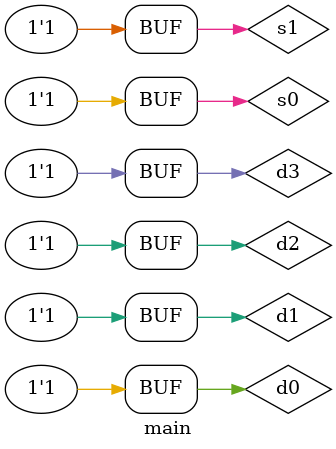
<source format=v>
module mux4x1(s1,s0,d0,d1,d2,d3,o);
  input s1,s0,d0,d1,d2,d3;
  output o;
  
  wire s1_inv,s0_inv,and0,and1,and2,and3;
  
  not(s1_inv,s1);
  not(s0_inv,s0);
  and(and0,d0,s1_inv,s0_inv);
  and(and1,d1,s0,s1_inv);
  and(and2,d2,s0_inv,s1);
  and(and3,d3,s0,s1);
  or(o,and0,and1,and2,and3);
endmodule


module main;
    //variables
    reg s1,s0,d0,d1,d2,d3;
    wire o;
    
    //create instance
    mux4x1 multi(s1,s0,d0,d1,d2,d3,o);
    
    //display
    initial begin
        $display("Time\ts1\ts0\td0\td1\td2\td3\to");
        $display("-----------------------------------------------------------");
        $monitor("%0d\t%b\t%b\t%b\t%b\t%b\t%b\t%b",$time,s1,s0,d0,d1,d2,d3,o);
    end
    
    //assign variables
    initial begin 
s0 = 0; s1 = 0; d0 = 0; d1 = 0; d2 = 0; d3 = 0; #1;
s0 = 0; s1 = 0; d0 = 0; d1 = 0; d2 = 0; d3 = 1; #1;
s0 = 0; s1 = 0; d0 = 0; d1 = 0; d2 = 1; d3 = 0; #1;
s0 = 0; s1 = 0; d0 = 0; d1 = 0; d2 = 1; d3 = 1; #1;
s0 = 0; s1 = 0; d0 = 0; d1 = 1; d2 = 0; d3 = 0; #1;
s0 = 0; s1 = 0; d0 = 0; d1 = 1; d2 = 0; d3 = 1; #1;
s0 = 0; s1 = 0; d0 = 0; d1 = 1; d2 = 1; d3 = 0; #1;
s0 = 0; s1 = 0; d0 = 0; d1 = 1; d2 = 1; d3 = 1; #1;
s0 = 0; s1 = 0; d0 = 1; d1 = 0; d2 = 0; d3 = 0; #1;
s0 = 0; s1 = 0; d0 = 1; d1 = 0; d2 = 0; d3 = 1; #1;
s0 = 0; s1 = 0; d0 = 1; d1 = 0; d2 = 1; d3 = 0; #1;
s0 = 0; s1 = 0; d0 = 1; d1 = 0; d2 = 1; d3 = 1; #1;
s0 = 0; s1 = 0; d0 = 1; d1 = 1; d2 = 0; d3 = 0; #1;
s0 = 0; s1 = 0; d0 = 1; d1 = 1; d2 = 0; d3 = 1; #1;
s0 = 0; s1 = 0; d0 = 1; d1 = 1; d2 = 1; d3 = 0; #1;
s0 = 0; s1 = 0; d0 = 1; d1 = 1; d2 = 1; d3 = 1; #1;
s0 = 0; s1 = 1; d0 = 0; d1 = 0; d2 = 0; d3 = 0; #1;
s0 = 0; s1 = 1; d0 = 0; d1 = 0; d2 = 0; d3 = 1; #1;
s0 = 0; s1 = 1; d0 = 0; d1 = 0; d2 = 1; d3 = 0; #1;
s0 = 0; s1 = 1; d0 = 0; d1 = 0; d2 = 1; d3 = 1; #1;
s0 = 0; s1 = 1; d0 = 0; d1 = 1; d2 = 0; d3 = 0; #1;
s0 = 0; s1 = 1; d0 = 0; d1 = 1; d2 = 0; d3 = 1; #1;
s0 = 0; s1 = 1; d0 = 0; d1 = 1; d2 = 1; d3 = 0; #1;
s0 = 0; s1 = 1; d0 = 0; d1 = 1; d2 = 1; d3 = 1; #1;
s0 = 0; s1 = 1; d0 = 1; d1 = 0; d2 = 0; d3 = 0; #1;
s0 = 0; s1 = 1; d0 = 1; d1 = 0; d2 = 0; d3 = 1; #1;
s0 = 0; s1 = 1; d0 = 1; d1 = 0; d2 = 1; d3 = 0; #1;
s0 = 0; s1 = 1; d0 = 1; d1 = 0; d2 = 1; d3 = 1; #1;
s0 = 0; s1 = 1; d0 = 1; d1 = 1; d2 = 0; d3 = 0; #1;
s0 = 0; s1 = 1; d0 = 1; d1 = 1; d2 = 0; d3 = 1; #1;
s0 = 0; s1 = 1; d0 = 1; d1 = 1; d2 = 1; d3 = 0; #1;
s0 = 0; s1 = 1; d0 = 1; d1 = 1; d2 = 1; d3 = 1; #1;
s0 = 1; s1 = 0; d0 = 0; d1 = 0; d2 = 0; d3 = 0; #1;
s0 = 1; s1 = 0; d0 = 0; d1 = 0; d2 = 0; d3 = 1; #1;
s0 = 1; s1 = 0; d0 = 0; d1 = 0; d2 = 1; d3 = 0; #1;
s0 = 1; s1 = 0; d0 = 0; d1 = 0; d2 = 1; d3 = 1; #1;
s0 = 1; s1 = 0; d0 = 0; d1 = 1; d2 = 0; d3 = 0; #1;
s0 = 1; s1 = 0; d0 = 0; d1 = 1; d2 = 0; d3 = 1; #1;
s0 = 1; s1 = 0; d0 = 0; d1 = 1; d2 = 1; d3 = 0; #1;
s0 = 1; s1 = 0; d0 = 0; d1 = 1; d2 = 1; d3 = 1; #1;
s0 = 1; s1 = 0; d0 = 1; d1 = 0; d2 = 0; d3 = 0; #1;
s0 = 1; s1 = 0; d0 = 1; d1 = 0; d2 = 0; d3 = 1; #1;
s0 = 1; s1 = 0; d0 = 1; d1 = 0; d2 = 1; d3 = 0; #1;
s0 = 1; s1 = 0; d0 = 1; d1 = 0; d2 = 1; d3 = 1; #1;
s0 = 1; s1 = 0; d0 = 1; d1 = 1; d2 = 0; d3 = 0; #1;
s0 = 1; s1 = 0; d0 = 1; d1 = 1; d2 = 0; d3 = 1; #1;
s0 = 1; s1 = 0; d0 = 1; d1 = 1; d2 = 1; d3 = 0; #1;
s0 = 1; s1 = 0; d0 = 1; d1 = 1; d2 = 1; d3 = 1; #1;
s0 = 1; s1 = 1; d0 = 0; d1 = 0; d2 = 0; d3 = 0; #1;
s0 = 1; s1 = 1; d0 = 0; d1 = 0; d2 = 0; d3 = 1; #1;
s0 = 1; s1 = 1; d0 = 0; d1 = 0; d2 = 1; d3 = 0; #1;
s0 = 1; s1 = 1; d0 = 0; d1 = 0; d2 = 1; d3 = 1; #1;
s0 = 1; s1 = 1; d0 = 0; d1 = 1; d2 = 0; d3 = 0; #1;
s0 = 1; s1 = 1; d0 = 0; d1 = 1; d2 = 0; d3 = 1; #1;
s0 = 1; s1 = 1; d0 = 0; d1 = 1; d2 = 1; d3 = 0; #1;
s0 = 1; s1 = 1; d0 = 0; d1 = 1; d2 = 1; d3 = 1; #1;
s0 = 1; s1 = 1; d0 = 1; d1 = 0; d2 = 0; d3 = 0; #1;
s0 = 1; s1 = 1; d0 = 1; d1 = 0; d2 = 0; d3 = 1; #1;
s0 = 1; s1 = 1; d0 = 1; d1 = 0; d2 = 1; d3 = 0; #1;
s0 = 1; s1 = 1; d0 = 1; d1 = 0; d2 = 1; d3 = 1; #1;
s0 = 1; s1 = 1; d0 = 1; d1 = 1; d2 = 0; d3 = 0; #1;
s0 = 1; s1 = 1; d0 = 1; d1 = 1; d2 = 0; d3 = 1; #1;
s0 = 1; s1 = 1; d0 = 1; d1 = 1; d2 = 1; d3 = 0; #1;
s0 = 1; s1 = 1; d0 = 1; d1 = 1; d2 = 1; d3 = 1; #1;
end
endmodule 

</source>
